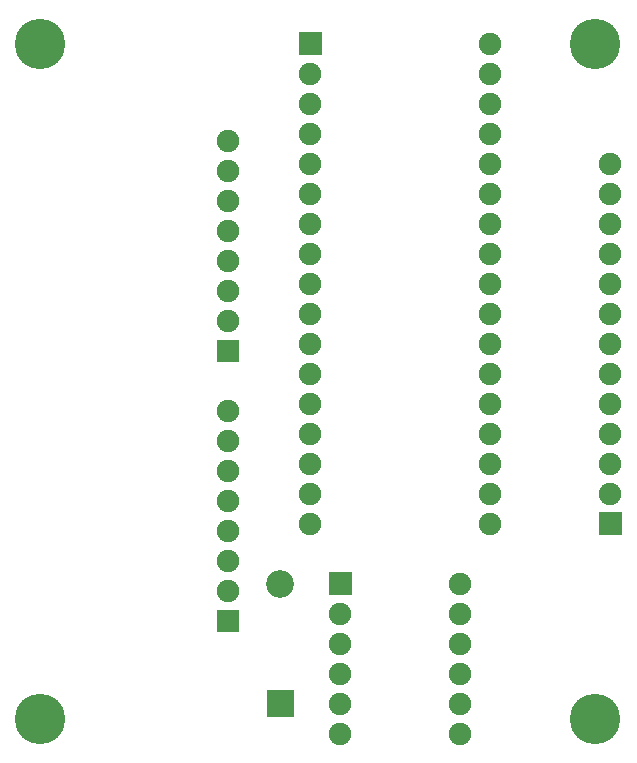
<source format=gbr>
G04 start of page 6 for group -4062 idx -4062 *
G04 Title: Wireless Club Reflow Oven, soldermask *
G04 Creator: pcb 20110918 *
G04 CreationDate: Tue 09 Aug 2016 05:22:02 PM GMT UTC *
G04 For: kevin *
G04 Format: Gerber/RS-274X *
G04 PCB-Dimensions: 225000 265000 *
G04 PCB-Coordinate-Origin: lower left *
%MOIN*%
%FSLAX25Y25*%
%LNBOTTOMMASK*%
%ADD44C,0.1680*%
%ADD43C,0.0924*%
%ADD42C,0.0001*%
%ADD41C,0.0750*%
G54D41*X82500Y212500D03*
Y202500D03*
G54D42*G36*
X106250Y248750D02*Y241250D01*
X113750D01*
Y248750D01*
X106250D01*
G37*
G54D41*X110000Y235000D03*
Y225000D03*
X210000Y205000D03*
Y195000D03*
Y185000D03*
X82500Y192500D03*
Y182500D03*
Y162500D03*
Y172500D03*
Y152500D03*
G54D42*G36*
X78750Y146250D02*Y138750D01*
X86250D01*
Y146250D01*
X78750D01*
G37*
G54D41*X82500Y122500D03*
Y112500D03*
Y102500D03*
Y92500D03*
X110000Y215000D03*
Y205000D03*
Y195000D03*
Y185000D03*
Y175000D03*
Y165000D03*
Y155000D03*
Y145000D03*
Y135000D03*
Y125000D03*
Y115000D03*
Y105000D03*
Y95000D03*
X170000D03*
Y105000D03*
Y115000D03*
Y125000D03*
Y135000D03*
Y145000D03*
Y155000D03*
Y165000D03*
Y175000D03*
Y185000D03*
Y195000D03*
Y205000D03*
Y215000D03*
Y225000D03*
Y235000D03*
Y245000D03*
X210000Y175000D03*
Y165000D03*
Y155000D03*
Y145000D03*
Y135000D03*
Y125000D03*
Y115000D03*
Y105000D03*
Y95000D03*
G54D42*G36*
X206250Y88750D02*Y81250D01*
X213750D01*
Y88750D01*
X206250D01*
G37*
G36*
X116250Y68750D02*Y61250D01*
X123750D01*
Y68750D01*
X116250D01*
G37*
G54D43*X100000Y65000D03*
G54D41*X120000Y55000D03*
Y45000D03*
Y35000D03*
Y25000D03*
Y15000D03*
G54D42*G36*
X95382Y29618D02*Y20382D01*
X104618D01*
Y29618D01*
X95382D01*
G37*
G54D41*X160000Y15000D03*
Y25000D03*
Y35000D03*
Y45000D03*
Y55000D03*
Y65000D03*
X170000Y85000D03*
X82500Y72500D03*
Y82500D03*
Y62500D03*
G54D42*G36*
X78750Y56250D02*Y48750D01*
X86250D01*
Y56250D01*
X78750D01*
G37*
G54D41*X110000Y85000D03*
G54D44*X20000Y245000D03*
X205000D03*
Y20000D03*
X20000D03*
M02*

</source>
